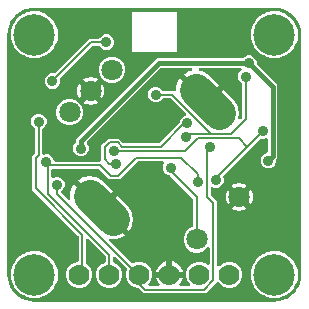
<source format=gbr>
G04 EAGLE Gerber RS-274X export*
G75*
%MOMM*%
%FSLAX34Y34*%
%LPD*%
%INBottom Copper*%
%IPPOS*%
%AMOC8*
5,1,8,0,0,1.08239X$1,22.5*%
G01*
%ADD10C,1.800000*%
%ADD11C,2.800000*%
%ADD12C,1.778000*%
%ADD13C,3.516000*%
%ADD14C,0.800100*%
%ADD15C,0.889000*%
%ADD16C,0.203200*%
%ADD17C,0.406400*%

G36*
X228622Y2543D02*
X228622Y2543D01*
X228700Y2545D01*
X232077Y2810D01*
X232145Y2824D01*
X232214Y2829D01*
X232370Y2869D01*
X238794Y4956D01*
X238901Y5006D01*
X239012Y5050D01*
X239063Y5083D01*
X239082Y5091D01*
X239097Y5104D01*
X239148Y5136D01*
X244612Y9107D01*
X244699Y9188D01*
X244746Y9227D01*
X244752Y9231D01*
X244753Y9233D01*
X244791Y9264D01*
X244829Y9310D01*
X244844Y9324D01*
X244855Y9342D01*
X244893Y9388D01*
X246586Y11717D01*
X246599Y11741D01*
X246616Y11761D01*
X246675Y11880D01*
X246739Y11996D01*
X246746Y12022D01*
X246758Y12046D01*
X246785Y12174D01*
X246799Y12185D01*
X246823Y12196D01*
X246925Y12281D01*
X247031Y12361D01*
X247048Y12381D01*
X247068Y12398D01*
X247171Y12522D01*
X248864Y14852D01*
X248921Y14956D01*
X248985Y15056D01*
X249007Y15113D01*
X249017Y15131D01*
X249022Y15151D01*
X249044Y15206D01*
X251131Y21630D01*
X251144Y21698D01*
X251167Y21764D01*
X251190Y21923D01*
X251455Y25300D01*
X251455Y25304D01*
X251456Y25307D01*
X251455Y25326D01*
X251459Y25400D01*
X251459Y228600D01*
X251457Y228622D01*
X251455Y228700D01*
X251190Y232077D01*
X251176Y232145D01*
X251171Y232214D01*
X251131Y232370D01*
X249044Y238794D01*
X248993Y238901D01*
X248950Y239012D01*
X248917Y239063D01*
X248909Y239082D01*
X248896Y239097D01*
X248864Y239148D01*
X247171Y241477D01*
X247153Y241497D01*
X247139Y241520D01*
X247044Y241613D01*
X246953Y241709D01*
X246931Y241724D01*
X246912Y241742D01*
X246798Y241808D01*
X246792Y241824D01*
X246789Y241851D01*
X246740Y241975D01*
X246697Y242100D01*
X246682Y242122D01*
X246672Y242147D01*
X246586Y242283D01*
X244893Y244613D01*
X244812Y244699D01*
X244736Y244791D01*
X244690Y244829D01*
X244676Y244844D01*
X244658Y244855D01*
X244612Y244893D01*
X239148Y248864D01*
X239044Y248921D01*
X238944Y248985D01*
X238887Y249007D01*
X238869Y249017D01*
X238849Y249022D01*
X238794Y249044D01*
X232370Y251131D01*
X232302Y251144D01*
X232236Y251167D01*
X232077Y251190D01*
X228700Y251455D01*
X228678Y251454D01*
X228600Y251459D01*
X25400Y251459D01*
X25378Y251457D01*
X25300Y251455D01*
X21923Y251190D01*
X21855Y251176D01*
X21786Y251171D01*
X21630Y251131D01*
X18892Y250241D01*
X18867Y250230D01*
X18841Y250224D01*
X18724Y250163D01*
X18604Y250106D01*
X18583Y250089D01*
X18560Y250077D01*
X18462Y249989D01*
X18445Y249988D01*
X18418Y249993D01*
X18286Y249985D01*
X18153Y249983D01*
X18127Y249975D01*
X18101Y249974D01*
X17945Y249934D01*
X15206Y249044D01*
X15099Y248994D01*
X14988Y248950D01*
X14937Y248917D01*
X14918Y248909D01*
X14903Y248896D01*
X14852Y248864D01*
X9388Y244893D01*
X9301Y244812D01*
X9209Y244736D01*
X9171Y244690D01*
X9156Y244676D01*
X9145Y244658D01*
X9107Y244612D01*
X5136Y239148D01*
X5079Y239044D01*
X5015Y238944D01*
X4993Y238887D01*
X4983Y238869D01*
X4978Y238849D01*
X4956Y238794D01*
X2869Y232370D01*
X2856Y232302D01*
X2833Y232236D01*
X2810Y232077D01*
X2545Y228700D01*
X2546Y228678D01*
X2541Y228600D01*
X2541Y25400D01*
X2543Y25378D01*
X2545Y25300D01*
X2810Y21923D01*
X2824Y21855D01*
X2829Y21786D01*
X2869Y21630D01*
X4956Y15206D01*
X5006Y15099D01*
X5050Y14988D01*
X5083Y14937D01*
X5091Y14918D01*
X5104Y14903D01*
X5136Y14852D01*
X9107Y9388D01*
X9127Y9366D01*
X9138Y9348D01*
X9184Y9305D01*
X9188Y9301D01*
X9264Y9209D01*
X9310Y9171D01*
X9324Y9156D01*
X9342Y9145D01*
X9388Y9107D01*
X14852Y5136D01*
X14956Y5079D01*
X15056Y5015D01*
X15113Y4993D01*
X15131Y4983D01*
X15151Y4978D01*
X15206Y4956D01*
X17945Y4066D01*
X17971Y4061D01*
X17996Y4051D01*
X18127Y4031D01*
X18257Y4006D01*
X18284Y4008D01*
X18310Y4004D01*
X18441Y4018D01*
X18455Y4008D01*
X18474Y3989D01*
X18585Y3917D01*
X18694Y3842D01*
X18719Y3832D01*
X18742Y3818D01*
X18891Y3759D01*
X21630Y2869D01*
X21698Y2856D01*
X21764Y2833D01*
X21923Y2810D01*
X25300Y2545D01*
X25322Y2546D01*
X25400Y2541D01*
X228600Y2541D01*
X228622Y2543D01*
G37*
%LPC*%
G36*
X118117Y9651D02*
X118117Y9651D01*
X113663Y14106D01*
X113585Y14166D01*
X113513Y14234D01*
X113460Y14263D01*
X113412Y14300D01*
X113321Y14340D01*
X113234Y14388D01*
X113176Y14403D01*
X113120Y14427D01*
X113022Y14442D01*
X112926Y14467D01*
X112826Y14473D01*
X112806Y14477D01*
X112793Y14475D01*
X112765Y14477D01*
X112127Y14477D01*
X108113Y16140D01*
X105040Y19213D01*
X103377Y23227D01*
X103377Y27573D01*
X103981Y29030D01*
X103989Y29058D01*
X104002Y29084D01*
X104030Y29211D01*
X104065Y29336D01*
X104065Y29366D01*
X104072Y29395D01*
X104068Y29524D01*
X104070Y29654D01*
X104063Y29683D01*
X104062Y29713D01*
X104026Y29837D01*
X103996Y29964D01*
X103982Y29990D01*
X103974Y30018D01*
X103908Y30130D01*
X103847Y30245D01*
X103827Y30267D01*
X103812Y30292D01*
X103706Y30413D01*
X94115Y40003D01*
X94006Y40088D01*
X93899Y40177D01*
X93880Y40185D01*
X93864Y40198D01*
X93736Y40253D01*
X93611Y40312D01*
X93591Y40316D01*
X93572Y40324D01*
X93434Y40346D01*
X93298Y40372D01*
X93278Y40371D01*
X93258Y40374D01*
X93119Y40361D01*
X92981Y40352D01*
X92962Y40346D01*
X92942Y40344D01*
X92810Y40297D01*
X92679Y40254D01*
X92661Y40244D01*
X92642Y40237D01*
X92527Y40159D01*
X92410Y40084D01*
X92396Y40069D01*
X92379Y40058D01*
X92287Y39954D01*
X92192Y39853D01*
X92182Y39835D01*
X92169Y39820D01*
X92105Y39696D01*
X92038Y39574D01*
X92033Y39555D01*
X92024Y39536D01*
X91994Y39401D01*
X91959Y39266D01*
X91957Y39238D01*
X91954Y39226D01*
X91955Y39206D01*
X91949Y39105D01*
X91949Y36808D01*
X91952Y36779D01*
X91950Y36749D01*
X91966Y36659D01*
X91971Y36574D01*
X91983Y36537D01*
X91989Y36492D01*
X91999Y36465D01*
X92004Y36436D01*
X92044Y36347D01*
X92069Y36271D01*
X92088Y36241D01*
X92106Y36197D01*
X92123Y36173D01*
X92135Y36146D01*
X92199Y36066D01*
X92239Y36002D01*
X92263Y35980D01*
X92292Y35939D01*
X92315Y35921D01*
X92334Y35897D01*
X92419Y35833D01*
X92471Y35784D01*
X92497Y35770D01*
X92537Y35737D01*
X92564Y35724D01*
X92588Y35706D01*
X92732Y35635D01*
X95087Y34660D01*
X98160Y31587D01*
X99823Y27573D01*
X99823Y23227D01*
X98160Y19213D01*
X95087Y16140D01*
X91073Y14477D01*
X86727Y14477D01*
X82713Y16140D01*
X79640Y19213D01*
X77977Y23227D01*
X77977Y27573D01*
X79640Y31587D01*
X82713Y34660D01*
X85068Y35635D01*
X85093Y35650D01*
X85121Y35659D01*
X85166Y35688D01*
X85193Y35698D01*
X85249Y35739D01*
X85344Y35793D01*
X85365Y35813D01*
X85390Y35829D01*
X85425Y35867D01*
X85451Y35885D01*
X85497Y35941D01*
X85572Y36014D01*
X85588Y36039D01*
X85608Y36061D01*
X85632Y36104D01*
X85653Y36130D01*
X85686Y36200D01*
X85739Y36285D01*
X85747Y36313D01*
X85762Y36339D01*
X85773Y36384D01*
X85789Y36418D01*
X85805Y36499D01*
X85832Y36589D01*
X85834Y36619D01*
X85841Y36647D01*
X85845Y36711D01*
X85849Y36730D01*
X85848Y36749D01*
X85851Y36808D01*
X85851Y40121D01*
X85839Y40220D01*
X85836Y40319D01*
X85819Y40377D01*
X85811Y40437D01*
X85775Y40529D01*
X85747Y40624D01*
X85717Y40676D01*
X85694Y40733D01*
X85636Y40813D01*
X85586Y40898D01*
X85520Y40973D01*
X85508Y40990D01*
X85498Y40998D01*
X85480Y41019D01*
X71255Y55243D01*
X71146Y55328D01*
X71039Y55417D01*
X71020Y55425D01*
X71004Y55438D01*
X70876Y55493D01*
X70751Y55552D01*
X70731Y55556D01*
X70712Y55564D01*
X70574Y55586D01*
X70438Y55612D01*
X70418Y55611D01*
X70398Y55614D01*
X70259Y55601D01*
X70121Y55592D01*
X70102Y55586D01*
X70082Y55584D01*
X69950Y55537D01*
X69819Y55494D01*
X69801Y55484D01*
X69782Y55477D01*
X69667Y55399D01*
X69550Y55324D01*
X69536Y55309D01*
X69519Y55298D01*
X69427Y55194D01*
X69332Y55093D01*
X69322Y55075D01*
X69309Y55060D01*
X69245Y54936D01*
X69178Y54814D01*
X69173Y54795D01*
X69164Y54776D01*
X69134Y54641D01*
X69099Y54506D01*
X69097Y54478D01*
X69094Y54466D01*
X69095Y54446D01*
X69089Y54345D01*
X69089Y35756D01*
X69092Y35726D01*
X69090Y35697D01*
X69112Y35569D01*
X69129Y35440D01*
X69139Y35413D01*
X69145Y35384D01*
X69198Y35265D01*
X69246Y35145D01*
X69263Y35121D01*
X69275Y35094D01*
X69356Y34992D01*
X69432Y34887D01*
X69455Y34868D01*
X69474Y34845D01*
X69577Y34767D01*
X69591Y34756D01*
X72760Y31587D01*
X74423Y27573D01*
X74423Y23227D01*
X72760Y19213D01*
X69687Y16140D01*
X65673Y14477D01*
X61327Y14477D01*
X57313Y16140D01*
X54240Y19213D01*
X52577Y23227D01*
X52577Y27573D01*
X54240Y31587D01*
X57313Y34660D01*
X61327Y36323D01*
X61722Y36323D01*
X61840Y36338D01*
X61959Y36345D01*
X61997Y36358D01*
X62038Y36363D01*
X62148Y36406D01*
X62261Y36443D01*
X62296Y36465D01*
X62333Y36480D01*
X62429Y36549D01*
X62530Y36613D01*
X62558Y36643D01*
X62591Y36666D01*
X62667Y36758D01*
X62748Y36845D01*
X62768Y36880D01*
X62793Y36911D01*
X62844Y37019D01*
X62902Y37123D01*
X62912Y37163D01*
X62929Y37199D01*
X62951Y37316D01*
X62981Y37431D01*
X62985Y37491D01*
X62989Y37511D01*
X62987Y37532D01*
X62991Y37592D01*
X62991Y57234D01*
X62979Y57332D01*
X62976Y57431D01*
X62959Y57489D01*
X62951Y57550D01*
X62915Y57642D01*
X62887Y57737D01*
X62857Y57789D01*
X62834Y57845D01*
X62776Y57925D01*
X62726Y58011D01*
X62660Y58086D01*
X62648Y58103D01*
X62638Y58110D01*
X62620Y58132D01*
X23621Y97130D01*
X23621Y125723D01*
X25779Y127880D01*
X25790Y127891D01*
X25850Y127969D01*
X25918Y128041D01*
X25941Y128083D01*
X25953Y128097D01*
X25958Y128108D01*
X25984Y128142D01*
X26024Y128233D01*
X26072Y128320D01*
X26087Y128378D01*
X26111Y128434D01*
X26126Y128532D01*
X26151Y128628D01*
X26157Y128728D01*
X26161Y128748D01*
X26159Y128761D01*
X26161Y128789D01*
X26161Y148343D01*
X26158Y148373D01*
X26160Y148402D01*
X26138Y148530D01*
X26121Y148659D01*
X26111Y148686D01*
X26105Y148716D01*
X26052Y148834D01*
X26004Y148955D01*
X25987Y148978D01*
X25975Y149005D01*
X25894Y149107D01*
X25818Y149212D01*
X25795Y149231D01*
X25776Y149254D01*
X25672Y149332D01*
X25583Y149406D01*
X23718Y151271D01*
X22732Y153651D01*
X22732Y156229D01*
X23718Y158609D01*
X25541Y160432D01*
X27921Y161418D01*
X30499Y161418D01*
X32879Y160432D01*
X34702Y158609D01*
X35688Y156229D01*
X35688Y153651D01*
X34702Y151271D01*
X32820Y149389D01*
X32766Y149358D01*
X32745Y149338D01*
X32720Y149322D01*
X32631Y149227D01*
X32538Y149137D01*
X32522Y149112D01*
X32502Y149090D01*
X32439Y148977D01*
X32371Y148866D01*
X32363Y148838D01*
X32348Y148812D01*
X32316Y148686D01*
X32278Y148562D01*
X32276Y148533D01*
X32269Y148504D01*
X32259Y148343D01*
X32259Y128194D01*
X32265Y128144D01*
X32263Y128095D01*
X32277Y128025D01*
X32281Y127960D01*
X32293Y127923D01*
X32299Y127878D01*
X32317Y127832D01*
X32327Y127783D01*
X32360Y127715D01*
X32379Y127657D01*
X32398Y127628D01*
X32416Y127582D01*
X32445Y127542D01*
X32467Y127497D01*
X32519Y127436D01*
X32549Y127388D01*
X32572Y127367D01*
X32602Y127325D01*
X32641Y127293D01*
X32673Y127256D01*
X32742Y127207D01*
X32781Y127170D01*
X32806Y127157D01*
X32847Y127122D01*
X32892Y127101D01*
X32933Y127072D01*
X33015Y127041D01*
X33059Y127017D01*
X33085Y127010D01*
X33135Y126987D01*
X33184Y126977D01*
X33230Y126960D01*
X33320Y126950D01*
X33367Y126937D01*
X33405Y126935D01*
X33447Y126927D01*
X33491Y126930D01*
X33513Y126928D01*
X33546Y126924D01*
X33655Y126940D01*
X33765Y126947D01*
X33812Y126962D01*
X33832Y126965D01*
X33851Y126967D01*
X33852Y126968D01*
X33861Y126969D01*
X34014Y127021D01*
X34272Y127128D01*
X36849Y127128D01*
X39229Y126142D01*
X41052Y124319D01*
X42036Y121942D01*
X42051Y121917D01*
X42060Y121889D01*
X42129Y121779D01*
X42194Y121666D01*
X42214Y121645D01*
X42230Y121620D01*
X42325Y121531D01*
X42415Y121438D01*
X42440Y121422D01*
X42462Y121402D01*
X42575Y121339D01*
X42686Y121271D01*
X42714Y121263D01*
X42740Y121248D01*
X42866Y121216D01*
X42990Y121178D01*
X43020Y121176D01*
X43048Y121169D01*
X43209Y121159D01*
X80772Y121159D01*
X80890Y121174D01*
X81009Y121181D01*
X81047Y121194D01*
X81088Y121199D01*
X81198Y121242D01*
X81311Y121279D01*
X81346Y121301D01*
X81383Y121316D01*
X81479Y121385D01*
X81580Y121449D01*
X81608Y121479D01*
X81641Y121502D01*
X81717Y121594D01*
X81798Y121681D01*
X81818Y121716D01*
X81843Y121747D01*
X81894Y121855D01*
X81952Y121959D01*
X81962Y121999D01*
X81979Y122035D01*
X82001Y122152D01*
X82031Y122267D01*
X82035Y122327D01*
X82039Y122347D01*
X82037Y122368D01*
X82041Y122428D01*
X82041Y134613D01*
X83866Y136437D01*
X83877Y136439D01*
X83969Y136475D01*
X84064Y136503D01*
X84117Y136533D01*
X84173Y136556D01*
X84253Y136614D01*
X84338Y136664D01*
X84414Y136730D01*
X84430Y136742D01*
X84438Y136752D01*
X84459Y136770D01*
X88350Y140662D01*
X97084Y140662D01*
X100594Y137151D01*
X100672Y137091D01*
X100744Y137023D01*
X100797Y136994D01*
X100845Y136957D01*
X100936Y136917D01*
X101023Y136869D01*
X101081Y136854D01*
X101137Y136830D01*
X101235Y136815D01*
X101331Y136790D01*
X101431Y136784D01*
X101451Y136780D01*
X101463Y136782D01*
X101491Y136780D01*
X130672Y136780D01*
X130771Y136792D01*
X130870Y136795D01*
X130928Y136812D01*
X130988Y136820D01*
X131080Y136856D01*
X131175Y136884D01*
X131227Y136914D01*
X131284Y136937D01*
X131364Y136995D01*
X131449Y137045D01*
X131524Y137111D01*
X131541Y137123D01*
X131549Y137133D01*
X131570Y137151D01*
X148091Y153672D01*
X148151Y153750D01*
X148219Y153822D01*
X148248Y153875D01*
X148285Y153923D01*
X148325Y154014D01*
X148373Y154101D01*
X148388Y154160D01*
X148412Y154215D01*
X148427Y154313D01*
X148452Y154409D01*
X148458Y154509D01*
X148462Y154529D01*
X148460Y154542D01*
X148462Y154570D01*
X148462Y154959D01*
X149448Y157339D01*
X151271Y159162D01*
X153015Y159884D01*
X153058Y159909D01*
X153105Y159926D01*
X153196Y159987D01*
X153292Y160042D01*
X153327Y160076D01*
X153368Y160104D01*
X153441Y160187D01*
X153520Y160263D01*
X153546Y160305D01*
X153579Y160343D01*
X153629Y160441D01*
X153686Y160534D01*
X153701Y160582D01*
X153723Y160626D01*
X153748Y160733D01*
X153780Y160838D01*
X153782Y160888D01*
X153793Y160936D01*
X153790Y161046D01*
X153795Y161156D01*
X153785Y161204D01*
X153783Y161254D01*
X153753Y161360D01*
X153731Y161467D01*
X153709Y161512D01*
X153695Y161560D01*
X153639Y161654D01*
X153591Y161753D01*
X153559Y161791D01*
X153534Y161834D01*
X153427Y161954D01*
X141002Y174380D01*
X140924Y174440D01*
X140852Y174508D01*
X140799Y174537D01*
X140751Y174574D01*
X140660Y174614D01*
X140573Y174662D01*
X140515Y174677D01*
X140459Y174701D01*
X140361Y174716D01*
X140265Y174741D01*
X140165Y174747D01*
X140145Y174751D01*
X140132Y174749D01*
X140104Y174751D01*
X134867Y174751D01*
X134837Y174748D01*
X134808Y174750D01*
X134680Y174728D01*
X134551Y174711D01*
X134524Y174701D01*
X134494Y174695D01*
X134376Y174642D01*
X134255Y174594D01*
X134232Y174577D01*
X134205Y174565D01*
X134103Y174484D01*
X133998Y174408D01*
X133979Y174385D01*
X133956Y174366D01*
X133878Y174262D01*
X133804Y174173D01*
X131939Y172308D01*
X129559Y171322D01*
X126981Y171322D01*
X124601Y172308D01*
X122778Y174131D01*
X121792Y176511D01*
X121792Y179089D01*
X122778Y181469D01*
X124601Y183292D01*
X126981Y184278D01*
X129559Y184278D01*
X131939Y183292D01*
X133821Y181410D01*
X133852Y181356D01*
X133872Y181335D01*
X133888Y181310D01*
X133983Y181221D01*
X134073Y181128D01*
X134098Y181112D01*
X134120Y181092D01*
X134233Y181029D01*
X134344Y180961D01*
X134372Y180953D01*
X134398Y180938D01*
X134524Y180906D01*
X134648Y180868D01*
X134677Y180866D01*
X134706Y180859D01*
X134867Y180849D01*
X143156Y180849D01*
X143294Y180710D01*
X143404Y180625D01*
X143511Y180536D01*
X143530Y180528D01*
X143546Y180515D01*
X143674Y180460D01*
X143799Y180401D01*
X143819Y180397D01*
X143837Y180389D01*
X143976Y180367D01*
X144111Y180341D01*
X144131Y180342D01*
X144152Y180339D01*
X144290Y180352D01*
X144429Y180361D01*
X144448Y180367D01*
X144468Y180369D01*
X144599Y180416D01*
X144731Y180459D01*
X144748Y180470D01*
X144767Y180477D01*
X144882Y180554D01*
X145000Y180629D01*
X145014Y180644D01*
X145031Y180655D01*
X145122Y180759D01*
X145218Y180861D01*
X145228Y180878D01*
X145241Y180894D01*
X145304Y181017D01*
X145371Y181139D01*
X145376Y181159D01*
X145386Y181177D01*
X145416Y181312D01*
X145451Y181447D01*
X145453Y181475D01*
X145455Y181487D01*
X145455Y181508D01*
X145461Y181608D01*
X145461Y182885D01*
X145744Y185035D01*
X146305Y187129D01*
X147135Y189132D01*
X148219Y191010D01*
X148646Y191566D01*
X169208Y171004D01*
X169302Y170931D01*
X169391Y170852D01*
X169427Y170834D01*
X169459Y170809D01*
X169568Y170762D01*
X169674Y170707D01*
X169714Y170699D01*
X169751Y170683D01*
X169868Y170664D01*
X169984Y170638D01*
X170025Y170639D01*
X170065Y170633D01*
X170183Y170644D01*
X170302Y170647D01*
X170341Y170659D01*
X170381Y170663D01*
X170494Y170703D01*
X170608Y170736D01*
X170643Y170756D01*
X170681Y170770D01*
X170779Y170837D01*
X170882Y170897D01*
X170927Y170937D01*
X170944Y170949D01*
X170957Y170964D01*
X171003Y171004D01*
X171901Y171903D01*
X172800Y171004D01*
X172894Y170931D01*
X172983Y170852D01*
X173019Y170834D01*
X173051Y170809D01*
X173161Y170762D01*
X173266Y170708D01*
X173306Y170699D01*
X173343Y170683D01*
X173461Y170664D01*
X173577Y170638D01*
X173617Y170639D01*
X173657Y170633D01*
X173776Y170644D01*
X173895Y170648D01*
X173933Y170659D01*
X173974Y170663D01*
X174086Y170703D01*
X174200Y170736D01*
X174235Y170756D01*
X174273Y170770D01*
X174372Y170837D01*
X174474Y170897D01*
X174519Y170937D01*
X174536Y170949D01*
X174550Y170964D01*
X174595Y171004D01*
X185393Y181802D01*
X194263Y172931D01*
X195583Y171211D01*
X196668Y169333D01*
X197497Y167330D01*
X198058Y165236D01*
X198341Y163086D01*
X198341Y160918D01*
X198058Y158768D01*
X198044Y158716D01*
X198025Y158571D01*
X198002Y158427D01*
X198003Y158414D01*
X198001Y158400D01*
X198018Y158255D01*
X198032Y158111D01*
X198036Y158098D01*
X198038Y158085D01*
X198090Y157949D01*
X198139Y157811D01*
X198147Y157800D01*
X198152Y157788D01*
X198236Y157669D01*
X198318Y157548D01*
X198328Y157539D01*
X198336Y157528D01*
X198447Y157434D01*
X198556Y157338D01*
X198568Y157332D01*
X198579Y157323D01*
X198710Y157259D01*
X198839Y157193D01*
X198853Y157190D01*
X198865Y157184D01*
X199009Y157155D01*
X199150Y157123D01*
X199163Y157124D01*
X199176Y157121D01*
X199322Y157129D01*
X199468Y157133D01*
X199481Y157137D01*
X199494Y157138D01*
X199633Y157181D01*
X199773Y157222D01*
X199785Y157228D01*
X199798Y157232D01*
X199922Y157309D01*
X200047Y157383D01*
X200061Y157395D01*
X200068Y157400D01*
X200080Y157412D01*
X200168Y157489D01*
X201050Y158371D01*
X201110Y158449D01*
X201178Y158521D01*
X201207Y158575D01*
X201244Y158622D01*
X201284Y158713D01*
X201332Y158800D01*
X201347Y158859D01*
X201371Y158914D01*
X201386Y159012D01*
X201411Y159108D01*
X201417Y159208D01*
X201421Y159228D01*
X201419Y159241D01*
X201421Y159269D01*
X201421Y186443D01*
X201418Y186473D01*
X201420Y186502D01*
X201398Y186630D01*
X201381Y186759D01*
X201371Y186786D01*
X201365Y186816D01*
X201312Y186934D01*
X201264Y187055D01*
X201247Y187078D01*
X201235Y187105D01*
X201154Y187207D01*
X201078Y187312D01*
X201055Y187331D01*
X201036Y187354D01*
X200932Y187432D01*
X200843Y187506D01*
X198978Y189371D01*
X197992Y191751D01*
X197992Y194329D01*
X198978Y196709D01*
X200508Y198239D01*
X200593Y198348D01*
X200682Y198455D01*
X200690Y198474D01*
X200703Y198490D01*
X200758Y198618D01*
X200817Y198743D01*
X200821Y198763D01*
X200829Y198782D01*
X200851Y198920D01*
X200877Y199056D01*
X200876Y199076D01*
X200879Y199096D01*
X200866Y199235D01*
X200857Y199373D01*
X200851Y199392D01*
X200849Y199412D01*
X200802Y199544D01*
X200759Y199675D01*
X200748Y199693D01*
X200741Y199712D01*
X200663Y199827D01*
X200589Y199944D01*
X200574Y199958D01*
X200563Y199975D01*
X200458Y200067D01*
X200357Y200162D01*
X200340Y200172D01*
X200324Y200185D01*
X200200Y200249D01*
X200079Y200316D01*
X200059Y200321D01*
X200041Y200330D01*
X199905Y200360D01*
X199771Y200395D01*
X199743Y200397D01*
X199731Y200400D01*
X199710Y200399D01*
X199610Y200405D01*
X166118Y200405D01*
X165968Y200386D01*
X165816Y200369D01*
X165809Y200366D01*
X165803Y200365D01*
X165662Y200310D01*
X165519Y200255D01*
X165513Y200251D01*
X165507Y200248D01*
X165384Y200159D01*
X165259Y200071D01*
X165255Y200066D01*
X165249Y200062D01*
X165152Y199944D01*
X165054Y199828D01*
X165051Y199822D01*
X165047Y199817D01*
X164982Y199679D01*
X164915Y199542D01*
X164914Y199535D01*
X164911Y199529D01*
X164883Y199380D01*
X164852Y199230D01*
X164853Y199223D01*
X164851Y199217D01*
X164861Y199064D01*
X164869Y198912D01*
X164871Y198906D01*
X164871Y198899D01*
X164918Y198755D01*
X164963Y198609D01*
X164967Y198603D01*
X164969Y198597D01*
X165051Y198467D01*
X165131Y198338D01*
X165136Y198334D01*
X165139Y198328D01*
X165251Y198223D01*
X165360Y198118D01*
X165366Y198115D01*
X165371Y198110D01*
X165504Y198037D01*
X165637Y197961D01*
X165646Y197959D01*
X165649Y197956D01*
X165660Y197954D01*
X165790Y197910D01*
X167330Y197497D01*
X169333Y196667D01*
X171211Y195583D01*
X172931Y194263D01*
X181802Y185393D01*
X171901Y175492D01*
X152237Y195157D01*
X152793Y195583D01*
X154670Y196667D01*
X156673Y197497D01*
X158214Y197910D01*
X158355Y197968D01*
X158497Y198024D01*
X158502Y198028D01*
X158509Y198030D01*
X158630Y198120D01*
X158754Y198210D01*
X158758Y198216D01*
X158764Y198220D01*
X158859Y198338D01*
X158957Y198455D01*
X158960Y198462D01*
X158964Y198467D01*
X159027Y198605D01*
X159092Y198743D01*
X159094Y198750D01*
X159097Y198756D01*
X159124Y198906D01*
X159152Y199056D01*
X159152Y199062D01*
X159153Y199069D01*
X159142Y199222D01*
X159133Y199373D01*
X159130Y199379D01*
X159130Y199386D01*
X159081Y199532D01*
X159034Y199675D01*
X159031Y199681D01*
X159029Y199688D01*
X158946Y199816D01*
X158864Y199944D01*
X158859Y199949D01*
X158856Y199954D01*
X158744Y200058D01*
X158633Y200162D01*
X158627Y200165D01*
X158622Y200170D01*
X158487Y200243D01*
X158354Y200316D01*
X158348Y200317D01*
X158342Y200320D01*
X158193Y200357D01*
X158046Y200395D01*
X158037Y200396D01*
X158033Y200397D01*
X158022Y200397D01*
X157886Y200405D01*
X133019Y200405D01*
X132921Y200393D01*
X132822Y200390D01*
X132764Y200373D01*
X132704Y200365D01*
X132612Y200329D01*
X132517Y200301D01*
X132465Y200271D01*
X132408Y200248D01*
X132328Y200190D01*
X132243Y200140D01*
X132167Y200074D01*
X132151Y200062D01*
X132143Y200052D01*
X132122Y200034D01*
X69907Y137819D01*
X69834Y137725D01*
X69755Y137635D01*
X69737Y137599D01*
X69712Y137567D01*
X69665Y137458D01*
X69611Y137352D01*
X69602Y137313D01*
X69586Y137276D01*
X69567Y137158D01*
X69541Y137042D01*
X69542Y137002D01*
X69536Y136962D01*
X69547Y136843D01*
X69551Y136724D01*
X69562Y136685D01*
X69566Y136645D01*
X69606Y136533D01*
X69639Y136419D01*
X69660Y136384D01*
X69673Y136346D01*
X69740Y136247D01*
X69801Y136145D01*
X69841Y136099D01*
X69852Y136083D01*
X69867Y136069D01*
X69907Y136024D01*
X70262Y135669D01*
X71248Y133289D01*
X71248Y130711D01*
X70262Y128331D01*
X68439Y126508D01*
X66059Y125522D01*
X63481Y125522D01*
X61101Y126508D01*
X59278Y128331D01*
X58292Y130711D01*
X58292Y133289D01*
X59278Y135669D01*
X60334Y136724D01*
X60394Y136803D01*
X60462Y136875D01*
X60491Y136928D01*
X60528Y136976D01*
X60568Y137067D01*
X60616Y137153D01*
X60631Y137212D01*
X60655Y137268D01*
X60670Y137366D01*
X60695Y137461D01*
X60701Y137561D01*
X60705Y137582D01*
X60703Y137594D01*
X60705Y137622D01*
X60705Y140114D01*
X129126Y208535D01*
X201388Y208535D01*
X201486Y208547D01*
X201585Y208550D01*
X201644Y208567D01*
X201704Y208575D01*
X201796Y208611D01*
X201891Y208639D01*
X201943Y208669D01*
X201999Y208692D01*
X202079Y208750D01*
X202165Y208800D01*
X202240Y208866D01*
X202257Y208878D01*
X202265Y208888D01*
X202286Y208907D01*
X203341Y209962D01*
X205721Y210948D01*
X208299Y210948D01*
X210679Y209962D01*
X212502Y208139D01*
X213488Y205759D01*
X213488Y204266D01*
X213500Y204168D01*
X213503Y204069D01*
X213520Y204011D01*
X213528Y203951D01*
X213564Y203859D01*
X213592Y203764D01*
X213622Y203712D01*
X213645Y203655D01*
X213703Y203575D01*
X213753Y203490D01*
X213819Y203414D01*
X213831Y203398D01*
X213841Y203390D01*
X213859Y203369D01*
X231141Y186088D01*
X231141Y123792D01*
X230369Y123021D01*
X230309Y122943D01*
X230241Y122871D01*
X230212Y122818D01*
X230175Y122770D01*
X230135Y122679D01*
X230087Y122592D01*
X230072Y122534D01*
X230048Y122478D01*
X230033Y122380D01*
X230008Y122284D01*
X230002Y122184D01*
X229998Y122164D01*
X230000Y122152D01*
X229998Y122124D01*
X229998Y120631D01*
X229012Y118251D01*
X227189Y116428D01*
X224809Y115442D01*
X222231Y115442D01*
X219851Y116428D01*
X218028Y118251D01*
X217042Y120631D01*
X217042Y123209D01*
X218028Y125589D01*
X219851Y127412D01*
X222228Y128396D01*
X222253Y128411D01*
X222281Y128420D01*
X222391Y128489D01*
X222504Y128554D01*
X222525Y128574D01*
X222550Y128590D01*
X222639Y128685D01*
X222732Y128775D01*
X222748Y128800D01*
X222768Y128822D01*
X222831Y128935D01*
X222899Y129046D01*
X222907Y129074D01*
X222922Y129100D01*
X222954Y129226D01*
X222992Y129350D01*
X222994Y129380D01*
X223001Y129408D01*
X223011Y129569D01*
X223011Y139544D01*
X223005Y139593D01*
X223007Y139643D01*
X222985Y139750D01*
X222971Y139859D01*
X222953Y139905D01*
X222943Y139954D01*
X222895Y140053D01*
X222854Y140155D01*
X222825Y140195D01*
X222803Y140240D01*
X222732Y140323D01*
X222668Y140412D01*
X222629Y140444D01*
X222597Y140482D01*
X222507Y140545D01*
X222423Y140615D01*
X222378Y140636D01*
X222337Y140665D01*
X222234Y140704D01*
X222135Y140751D01*
X222086Y140760D01*
X222040Y140777D01*
X221930Y140790D01*
X221823Y140810D01*
X221773Y140807D01*
X221724Y140813D01*
X221615Y140797D01*
X221505Y140791D01*
X221458Y140775D01*
X221409Y140768D01*
X221256Y140716D01*
X219856Y140136D01*
X217195Y140136D01*
X217135Y140152D01*
X217105Y140153D01*
X217076Y140159D01*
X216947Y140155D01*
X216817Y140158D01*
X216788Y140151D01*
X216758Y140150D01*
X216634Y140114D01*
X216507Y140083D01*
X216481Y140070D01*
X216453Y140061D01*
X216341Y139995D01*
X216226Y139935D01*
X216205Y139915D01*
X216179Y139900D01*
X216058Y139793D01*
X206413Y130148D01*
X185390Y109126D01*
X185372Y109102D01*
X185350Y109083D01*
X185275Y108977D01*
X185196Y108874D01*
X185184Y108847D01*
X185167Y108823D01*
X185121Y108702D01*
X185069Y108583D01*
X185065Y108553D01*
X185054Y108526D01*
X185040Y108397D01*
X185019Y108268D01*
X185022Y108239D01*
X185019Y108210D01*
X185037Y108081D01*
X185049Y107952D01*
X185059Y107924D01*
X185063Y107895D01*
X185115Y107742D01*
X185548Y106699D01*
X185548Y104121D01*
X184562Y101741D01*
X182739Y99918D01*
X180359Y98932D01*
X177781Y98932D01*
X176381Y99512D01*
X176333Y99526D01*
X176288Y99547D01*
X176180Y99567D01*
X176074Y99596D01*
X176024Y99597D01*
X175975Y99607D01*
X175866Y99600D01*
X175756Y99601D01*
X175708Y99590D01*
X175658Y99587D01*
X175554Y99553D01*
X175447Y99527D01*
X175403Y99504D01*
X175356Y99489D01*
X175263Y99430D01*
X175166Y99379D01*
X175129Y99345D01*
X175087Y99319D01*
X175012Y99239D01*
X174930Y99165D01*
X174903Y99123D01*
X174869Y99087D01*
X174816Y98991D01*
X174756Y98899D01*
X174739Y98852D01*
X174715Y98808D01*
X174688Y98702D01*
X174652Y98598D01*
X174648Y98549D01*
X174636Y98501D01*
X174626Y98340D01*
X174626Y93102D01*
X174638Y93003D01*
X174641Y92904D01*
X174658Y92846D01*
X174666Y92786D01*
X174702Y92694D01*
X174730Y92599D01*
X174760Y92547D01*
X174783Y92490D01*
X174841Y92410D01*
X174891Y92325D01*
X174957Y92250D01*
X174969Y92233D01*
X174979Y92225D01*
X174997Y92204D01*
X177929Y89272D01*
X180087Y87115D01*
X180087Y33498D01*
X180104Y33361D01*
X180117Y33222D01*
X180124Y33203D01*
X180127Y33182D01*
X180178Y33054D01*
X180225Y32922D01*
X180236Y32906D01*
X180244Y32887D01*
X180325Y32774D01*
X180403Y32659D01*
X180419Y32646D01*
X180430Y32629D01*
X180538Y32541D01*
X180642Y32449D01*
X180660Y32440D01*
X180675Y32427D01*
X180801Y32367D01*
X180925Y32304D01*
X180945Y32300D01*
X180963Y32291D01*
X181099Y32265D01*
X181235Y32235D01*
X181256Y32235D01*
X181275Y32231D01*
X181414Y32240D01*
X181553Y32244D01*
X181573Y32250D01*
X181593Y32251D01*
X181725Y32294D01*
X181859Y32333D01*
X181876Y32343D01*
X181895Y32349D01*
X182013Y32424D01*
X182133Y32494D01*
X182154Y32513D01*
X182164Y32519D01*
X182178Y32534D01*
X182253Y32601D01*
X184313Y34660D01*
X188327Y36323D01*
X192673Y36323D01*
X196687Y34660D01*
X199760Y31587D01*
X201423Y27573D01*
X201423Y23227D01*
X199760Y19213D01*
X196687Y16140D01*
X192673Y14477D01*
X188327Y14477D01*
X184313Y16140D01*
X181571Y18882D01*
X181477Y18955D01*
X181388Y19033D01*
X181352Y19052D01*
X181320Y19077D01*
X181210Y19124D01*
X181105Y19178D01*
X181065Y19187D01*
X181028Y19203D01*
X180910Y19222D01*
X180794Y19248D01*
X180754Y19247D01*
X180714Y19253D01*
X180595Y19242D01*
X180476Y19238D01*
X180438Y19227D01*
X180397Y19223D01*
X180285Y19183D01*
X180171Y19150D01*
X180136Y19129D01*
X180098Y19115D01*
X179999Y19048D01*
X179897Y18988D01*
X179852Y18948D01*
X179835Y18937D01*
X179821Y18922D01*
X179776Y18882D01*
X177929Y17035D01*
X172703Y11809D01*
X170546Y9651D01*
X118117Y9651D01*
G37*
%LPD*%
G36*
X130260Y15766D02*
X130260Y15766D01*
X130398Y15779D01*
X130417Y15786D01*
X130437Y15789D01*
X130567Y15840D01*
X130697Y15887D01*
X130714Y15898D01*
X130733Y15906D01*
X130845Y15987D01*
X130960Y16065D01*
X130974Y16081D01*
X130990Y16092D01*
X131079Y16200D01*
X131171Y16304D01*
X131180Y16322D01*
X131193Y16337D01*
X131252Y16463D01*
X131315Y16587D01*
X131320Y16607D01*
X131328Y16625D01*
X131355Y16761D01*
X131385Y16898D01*
X131384Y16918D01*
X131388Y16937D01*
X131380Y17076D01*
X131375Y17215D01*
X131370Y17235D01*
X131368Y17255D01*
X131326Y17387D01*
X131287Y17521D01*
X131277Y17538D01*
X131270Y17557D01*
X131196Y17675D01*
X131125Y17795D01*
X131107Y17816D01*
X131100Y17826D01*
X131085Y17840D01*
X131019Y17916D01*
X130981Y17953D01*
X129923Y19409D01*
X129107Y21012D01*
X128551Y22723D01*
X128523Y22901D01*
X138470Y22901D01*
X138588Y22916D01*
X138707Y22923D01*
X138745Y22935D01*
X138785Y22941D01*
X138896Y22984D01*
X139009Y23021D01*
X139043Y23043D01*
X139081Y23058D01*
X139177Y23127D01*
X139278Y23191D01*
X139306Y23221D01*
X139338Y23244D01*
X139414Y23336D01*
X139496Y23423D01*
X139515Y23458D01*
X139541Y23489D01*
X139592Y23597D01*
X139649Y23701D01*
X139659Y23741D01*
X139677Y23777D01*
X139697Y23884D01*
X139701Y23854D01*
X139745Y23744D01*
X139781Y23631D01*
X139803Y23596D01*
X139818Y23559D01*
X139888Y23462D01*
X139951Y23362D01*
X139981Y23334D01*
X140005Y23301D01*
X140096Y23225D01*
X140183Y23144D01*
X140218Y23124D01*
X140250Y23099D01*
X140357Y23048D01*
X140462Y22990D01*
X140501Y22980D01*
X140537Y22963D01*
X140654Y22941D01*
X140770Y22911D01*
X140830Y22907D01*
X140850Y22903D01*
X140870Y22905D01*
X140930Y22901D01*
X150877Y22901D01*
X150849Y22723D01*
X150293Y21012D01*
X149477Y19409D01*
X148419Y17953D01*
X148381Y17916D01*
X148296Y17806D01*
X148207Y17699D01*
X148198Y17680D01*
X148186Y17664D01*
X148131Y17536D01*
X148072Y17411D01*
X148068Y17391D01*
X148060Y17373D01*
X148038Y17235D01*
X148012Y17098D01*
X148013Y17078D01*
X148010Y17058D01*
X148023Y16920D01*
X148032Y16781D01*
X148038Y16762D01*
X148040Y16742D01*
X148087Y16610D01*
X148130Y16479D01*
X148140Y16462D01*
X148147Y16443D01*
X148225Y16327D01*
X148300Y16210D01*
X148314Y16196D01*
X148326Y16179D01*
X148430Y16088D01*
X148531Y15992D01*
X148549Y15982D01*
X148564Y15969D01*
X148688Y15906D01*
X148810Y15838D01*
X148829Y15833D01*
X148847Y15824D01*
X148983Y15794D01*
X149118Y15759D01*
X149146Y15757D01*
X149158Y15754D01*
X149178Y15755D01*
X149278Y15749D01*
X156240Y15749D01*
X156378Y15766D01*
X156516Y15779D01*
X156535Y15786D01*
X156556Y15789D01*
X156685Y15840D01*
X156816Y15887D01*
X156832Y15898D01*
X156851Y15906D01*
X156963Y15987D01*
X157079Y16065D01*
X157092Y16081D01*
X157109Y16092D01*
X157197Y16200D01*
X157289Y16304D01*
X157298Y16322D01*
X157311Y16337D01*
X157371Y16463D01*
X157434Y16587D01*
X157438Y16607D01*
X157447Y16625D01*
X157473Y16762D01*
X157503Y16897D01*
X157503Y16918D01*
X157507Y16937D01*
X157498Y17076D01*
X157494Y17215D01*
X157488Y17235D01*
X157487Y17255D01*
X157444Y17387D01*
X157405Y17521D01*
X157395Y17538D01*
X157389Y17557D01*
X157314Y17675D01*
X157244Y17795D01*
X157225Y17816D01*
X157219Y17826D01*
X157204Y17840D01*
X157137Y17915D01*
X155840Y19213D01*
X154177Y23227D01*
X154177Y27573D01*
X155840Y31587D01*
X158913Y34660D01*
X162927Y36323D01*
X167273Y36323D01*
X171287Y34660D01*
X171823Y34125D01*
X171932Y34040D01*
X172039Y33951D01*
X172058Y33942D01*
X172074Y33930D01*
X172202Y33874D01*
X172327Y33815D01*
X172347Y33811D01*
X172366Y33803D01*
X172504Y33781D01*
X172640Y33755D01*
X172660Y33757D01*
X172680Y33753D01*
X172819Y33766D01*
X172957Y33775D01*
X172976Y33781D01*
X172996Y33783D01*
X173127Y33830D01*
X173259Y33873D01*
X173277Y33884D01*
X173296Y33891D01*
X173410Y33969D01*
X173528Y34043D01*
X173542Y34058D01*
X173559Y34069D01*
X173651Y34173D01*
X173746Y34275D01*
X173756Y34293D01*
X173769Y34308D01*
X173832Y34432D01*
X173900Y34553D01*
X173905Y34573D01*
X173914Y34591D01*
X173944Y34727D01*
X173979Y34861D01*
X173981Y34889D01*
X173984Y34901D01*
X173983Y34922D01*
X173989Y35022D01*
X173989Y47559D01*
X173972Y47697D01*
X173959Y47836D01*
X173952Y47855D01*
X173949Y47875D01*
X173898Y48004D01*
X173851Y48135D01*
X173840Y48152D01*
X173832Y48171D01*
X173751Y48283D01*
X173673Y48398D01*
X173657Y48411D01*
X173646Y48428D01*
X173538Y48517D01*
X173434Y48609D01*
X173416Y48618D01*
X173401Y48631D01*
X173275Y48690D01*
X173151Y48753D01*
X173131Y48758D01*
X173113Y48766D01*
X172977Y48792D01*
X172841Y48823D01*
X172820Y48822D01*
X172801Y48826D01*
X172662Y48817D01*
X172523Y48813D01*
X172503Y48808D01*
X172483Y48806D01*
X172351Y48763D01*
X172217Y48725D01*
X172200Y48714D01*
X172181Y48708D01*
X172063Y48634D01*
X171943Y48563D01*
X171922Y48545D01*
X171912Y48538D01*
X171898Y48523D01*
X171823Y48457D01*
X169171Y45805D01*
X165116Y44125D01*
X160726Y44125D01*
X156672Y45805D01*
X153568Y48908D01*
X151888Y52963D01*
X151888Y57353D01*
X153568Y61407D01*
X156672Y64511D01*
X159089Y65512D01*
X159114Y65527D01*
X159142Y65536D01*
X159252Y65605D01*
X159365Y65670D01*
X159386Y65690D01*
X159411Y65706D01*
X159500Y65801D01*
X159593Y65891D01*
X159609Y65916D01*
X159629Y65938D01*
X159692Y66052D01*
X159760Y66162D01*
X159768Y66190D01*
X159783Y66216D01*
X159815Y66342D01*
X159853Y66466D01*
X159855Y66496D01*
X159862Y66524D01*
X159872Y66685D01*
X159872Y88929D01*
X159860Y89028D01*
X159857Y89127D01*
X159840Y89185D01*
X159832Y89245D01*
X159796Y89337D01*
X159768Y89432D01*
X159738Y89484D01*
X159715Y89541D01*
X159657Y89621D01*
X159607Y89706D01*
X159541Y89781D01*
X159529Y89798D01*
X159519Y89806D01*
X159501Y89827D01*
X140057Y109270D01*
X140050Y109276D01*
X140044Y109283D01*
X139924Y109373D01*
X139806Y109465D01*
X139797Y109469D01*
X139790Y109475D01*
X139645Y109546D01*
X137115Y110593D01*
X135293Y112416D01*
X134307Y114796D01*
X134307Y117374D01*
X135253Y119656D01*
X135266Y119704D01*
X135287Y119749D01*
X135307Y119857D01*
X135337Y119963D01*
X135337Y120013D01*
X135347Y120062D01*
X135340Y120171D01*
X135342Y120281D01*
X135330Y120329D01*
X135327Y120379D01*
X135293Y120483D01*
X135267Y120590D01*
X135244Y120634D01*
X135229Y120681D01*
X135170Y120774D01*
X135119Y120871D01*
X135085Y120908D01*
X135059Y120950D01*
X134979Y121025D01*
X134905Y121107D01*
X134863Y121134D01*
X134827Y121168D01*
X134731Y121221D01*
X134639Y121281D01*
X134592Y121298D01*
X134549Y121322D01*
X134442Y121349D01*
X134338Y121385D01*
X134289Y121389D01*
X134241Y121401D01*
X134080Y121411D01*
X113549Y121411D01*
X113450Y121399D01*
X113351Y121396D01*
X113293Y121379D01*
X113233Y121371D01*
X113141Y121335D01*
X113046Y121307D01*
X112994Y121277D01*
X112937Y121254D01*
X112857Y121196D01*
X112772Y121146D01*
X112697Y121080D01*
X112680Y121068D01*
X112672Y121058D01*
X112651Y121040D01*
X97783Y106171D01*
X88907Y106171D01*
X80389Y114690D01*
X80311Y114750D01*
X80239Y114818D01*
X80186Y114847D01*
X80138Y114884D01*
X80047Y114924D01*
X79960Y114972D01*
X79901Y114987D01*
X79846Y115011D01*
X79748Y115026D01*
X79652Y115051D01*
X79552Y115057D01*
X79532Y115061D01*
X79519Y115059D01*
X79491Y115061D01*
X41148Y115061D01*
X41030Y115046D01*
X40911Y115039D01*
X40873Y115026D01*
X40832Y115021D01*
X40722Y114978D01*
X40609Y114941D01*
X40574Y114919D01*
X40537Y114904D01*
X40441Y114835D01*
X40340Y114771D01*
X40312Y114741D01*
X40279Y114718D01*
X40203Y114626D01*
X40122Y114539D01*
X40102Y114504D01*
X40077Y114473D01*
X40026Y114365D01*
X39968Y114261D01*
X39958Y114221D01*
X39941Y114185D01*
X39919Y114068D01*
X39889Y113953D01*
X39885Y113893D01*
X39881Y113873D01*
X39883Y113852D01*
X39879Y113792D01*
X39879Y108618D01*
X39885Y108568D01*
X39883Y108519D01*
X39905Y108411D01*
X39919Y108302D01*
X39937Y108256D01*
X39947Y108207D01*
X39995Y108109D01*
X40036Y108006D01*
X40065Y107966D01*
X40087Y107921D01*
X40158Y107838D01*
X40222Y107749D01*
X40261Y107717D01*
X40293Y107679D01*
X40383Y107616D01*
X40467Y107546D01*
X40512Y107525D01*
X40553Y107496D01*
X40656Y107457D01*
X40755Y107411D01*
X40804Y107401D01*
X40850Y107384D01*
X40960Y107371D01*
X41067Y107351D01*
X41117Y107354D01*
X41166Y107348D01*
X41275Y107364D01*
X41385Y107371D01*
X41432Y107386D01*
X41481Y107393D01*
X41634Y107445D01*
X43162Y108078D01*
X45739Y108078D01*
X48119Y107092D01*
X49942Y105269D01*
X50928Y102889D01*
X50928Y100311D01*
X49942Y97931D01*
X48274Y96263D01*
X48201Y96169D01*
X48122Y96080D01*
X48104Y96044D01*
X48079Y96012D01*
X48031Y95902D01*
X47977Y95796D01*
X47969Y95757D01*
X47952Y95720D01*
X47934Y95602D01*
X47908Y95486D01*
X47909Y95446D01*
X47903Y95406D01*
X47914Y95287D01*
X47917Y95168D01*
X47929Y95129D01*
X47932Y95089D01*
X47973Y94977D01*
X48006Y94863D01*
X48026Y94828D01*
X48040Y94790D01*
X48107Y94691D01*
X48167Y94589D01*
X48207Y94543D01*
X48219Y94527D01*
X48234Y94513D01*
X48274Y94468D01*
X53595Y89146D01*
X53645Y89107D01*
X53689Y89062D01*
X53770Y89010D01*
X53847Y88951D01*
X53905Y88926D01*
X53958Y88893D01*
X54050Y88863D01*
X54139Y88825D01*
X54201Y88815D01*
X54261Y88796D01*
X54357Y88790D01*
X54453Y88775D01*
X54516Y88781D01*
X54578Y88777D01*
X54673Y88796D01*
X54769Y88805D01*
X54829Y88826D01*
X54891Y88838D01*
X54978Y88880D01*
X55069Y88912D01*
X55121Y88948D01*
X55178Y88975D01*
X55252Y89037D01*
X55332Y89091D01*
X55373Y89138D01*
X55422Y89179D01*
X55478Y89257D01*
X55542Y89329D01*
X55571Y89386D01*
X55608Y89437D01*
X55643Y89527D01*
X55687Y89613D01*
X55701Y89674D01*
X55724Y89733D01*
X55735Y89829D01*
X55756Y89923D01*
X55755Y89986D01*
X55762Y90049D01*
X55751Y90209D01*
X55659Y90914D01*
X55659Y93082D01*
X55942Y95232D01*
X56503Y97327D01*
X57333Y99330D01*
X58417Y101207D01*
X58843Y101763D01*
X79405Y81201D01*
X79499Y81128D01*
X79588Y81050D01*
X79624Y81031D01*
X79656Y81006D01*
X79766Y80959D01*
X79872Y80905D01*
X79911Y80896D01*
X79948Y80880D01*
X80066Y80861D01*
X80182Y80835D01*
X80222Y80837D01*
X80262Y80830D01*
X80381Y80841D01*
X80500Y80845D01*
X80539Y80856D01*
X80579Y80860D01*
X80691Y80900D01*
X80805Y80933D01*
X80840Y80954D01*
X80878Y80968D01*
X80977Y81034D01*
X81079Y81095D01*
X81125Y81135D01*
X81141Y81146D01*
X81155Y81161D01*
X81200Y81201D01*
X82099Y82100D01*
X82100Y82099D01*
X81201Y81200D01*
X81128Y81106D01*
X81050Y81017D01*
X81031Y80981D01*
X81006Y80949D01*
X80959Y80839D01*
X80905Y80733D01*
X80896Y80694D01*
X80880Y80657D01*
X80861Y80539D01*
X80835Y80423D01*
X80837Y80383D01*
X80830Y80343D01*
X80841Y80224D01*
X80845Y80105D01*
X80856Y80066D01*
X80860Y80026D01*
X80900Y79914D01*
X80933Y79800D01*
X80954Y79765D01*
X80968Y79727D01*
X81034Y79628D01*
X81095Y79526D01*
X81135Y79481D01*
X81146Y79464D01*
X81161Y79450D01*
X81201Y79405D01*
X101763Y58843D01*
X101207Y58417D01*
X99330Y57332D01*
X97327Y56503D01*
X95232Y55942D01*
X93082Y55659D01*
X90914Y55659D01*
X90209Y55751D01*
X90146Y55752D01*
X90084Y55762D01*
X89988Y55752D01*
X89891Y55753D01*
X89830Y55738D01*
X89767Y55732D01*
X89676Y55699D01*
X89583Y55676D01*
X89527Y55646D01*
X89468Y55624D01*
X89388Y55570D01*
X89303Y55524D01*
X89257Y55481D01*
X89205Y55446D01*
X89141Y55373D01*
X89070Y55308D01*
X89036Y55254D01*
X88994Y55207D01*
X88950Y55121D01*
X88898Y55040D01*
X88878Y54980D01*
X88850Y54924D01*
X88829Y54830D01*
X88798Y54738D01*
X88794Y54675D01*
X88780Y54614D01*
X88783Y54517D01*
X88776Y54421D01*
X88788Y54359D01*
X88790Y54296D01*
X88817Y54203D01*
X88834Y54108D01*
X88861Y54051D01*
X88878Y53990D01*
X88927Y53907D01*
X88968Y53819D01*
X89008Y53771D01*
X89040Y53716D01*
X89146Y53595D01*
X107491Y35250D01*
X107514Y35232D01*
X107534Y35210D01*
X107640Y35135D01*
X107742Y35055D01*
X107769Y35044D01*
X107794Y35027D01*
X107915Y34981D01*
X108034Y34929D01*
X108063Y34925D01*
X108091Y34914D01*
X108220Y34900D01*
X108348Y34879D01*
X108378Y34882D01*
X108407Y34879D01*
X108536Y34897D01*
X108665Y34909D01*
X108693Y34919D01*
X108722Y34923D01*
X108874Y34975D01*
X112127Y36323D01*
X116473Y36323D01*
X120487Y34660D01*
X123560Y31587D01*
X125223Y27573D01*
X125223Y23227D01*
X123560Y19213D01*
X122263Y17915D01*
X122177Y17806D01*
X122089Y17699D01*
X122080Y17680D01*
X122068Y17664D01*
X122012Y17537D01*
X121953Y17411D01*
X121949Y17391D01*
X121941Y17372D01*
X121919Y17234D01*
X121893Y17098D01*
X121895Y17078D01*
X121891Y17058D01*
X121904Y16919D01*
X121913Y16781D01*
X121919Y16762D01*
X121921Y16742D01*
X121968Y16610D01*
X122011Y16479D01*
X122022Y16461D01*
X122029Y16442D01*
X122107Y16327D01*
X122181Y16210D01*
X122196Y16196D01*
X122207Y16179D01*
X122312Y16087D01*
X122413Y15992D01*
X122431Y15982D01*
X122446Y15969D01*
X122570Y15905D01*
X122691Y15838D01*
X122711Y15833D01*
X122729Y15824D01*
X122865Y15794D01*
X122999Y15759D01*
X123027Y15757D01*
X123039Y15754D01*
X123060Y15755D01*
X123160Y15749D01*
X130122Y15749D01*
X130260Y15766D01*
G37*
%LPC*%
G36*
X108000Y214139D02*
X108000Y214139D01*
X107999Y214140D01*
X107999Y248140D01*
X108000Y248141D01*
X146000Y248141D01*
X146001Y248140D01*
X146001Y214140D01*
X146000Y214139D01*
X108000Y214139D01*
G37*
%LPD*%
%LPC*%
G36*
X226876Y208980D02*
X226876Y208980D01*
X226858Y208980D01*
X226743Y208987D01*
X224699Y208987D01*
X224151Y209214D01*
X224053Y209241D01*
X223957Y209277D01*
X223865Y209292D01*
X223844Y209298D01*
X223830Y209298D01*
X223798Y209304D01*
X222379Y209453D01*
X219415Y211164D01*
X219413Y211165D01*
X219410Y211167D01*
X219266Y211238D01*
X217490Y211973D01*
X216893Y212570D01*
X216826Y212622D01*
X216765Y212683D01*
X216651Y212758D01*
X216642Y212765D01*
X216638Y212767D01*
X216631Y212772D01*
X215129Y213639D01*
X213339Y216103D01*
X213326Y216117D01*
X213316Y216133D01*
X213209Y216254D01*
X211973Y217490D01*
X211557Y218496D01*
X211522Y218556D01*
X211497Y218620D01*
X211411Y218756D01*
X210208Y220411D01*
X209647Y223049D01*
X209636Y223083D01*
X209631Y223119D01*
X209579Y223271D01*
X208987Y224699D01*
X208987Y226022D01*
X208981Y226074D01*
X208983Y226126D01*
X208960Y226286D01*
X208468Y228600D01*
X208960Y230914D01*
X208964Y230967D01*
X208977Y231017D01*
X208987Y231178D01*
X208987Y232501D01*
X209579Y233929D01*
X209588Y233963D01*
X209604Y233995D01*
X209647Y234151D01*
X210208Y236789D01*
X211411Y238444D01*
X211444Y238505D01*
X211486Y238560D01*
X211557Y238704D01*
X211973Y239710D01*
X213209Y240946D01*
X213221Y240961D01*
X213236Y240973D01*
X213339Y241097D01*
X215129Y243561D01*
X216631Y244428D01*
X216699Y244480D01*
X216773Y244524D01*
X216875Y244614D01*
X216884Y244621D01*
X216887Y244624D01*
X216893Y244630D01*
X217490Y245227D01*
X219266Y245962D01*
X219268Y245964D01*
X219271Y245964D01*
X219415Y246036D01*
X222379Y247747D01*
X223798Y247896D01*
X223897Y247920D01*
X223999Y247934D01*
X224087Y247964D01*
X224108Y247969D01*
X224120Y247975D01*
X224151Y247986D01*
X224699Y248213D01*
X226743Y248213D01*
X226760Y248215D01*
X226876Y248220D01*
X230704Y248622D01*
X231773Y248275D01*
X231890Y248253D01*
X232005Y248223D01*
X232065Y248219D01*
X232085Y248215D01*
X232106Y248217D01*
X232165Y248213D01*
X232501Y248213D01*
X234409Y247423D01*
X234430Y247417D01*
X234503Y247388D01*
X238666Y246035D01*
X239278Y245485D01*
X239389Y245407D01*
X239497Y245326D01*
X239527Y245311D01*
X239539Y245303D01*
X239559Y245296D01*
X239641Y245255D01*
X239710Y245227D01*
X241005Y243932D01*
X241019Y243921D01*
X241053Y243886D01*
X244710Y240593D01*
X244732Y240578D01*
X244750Y240559D01*
X244862Y240487D01*
X244910Y240454D01*
X244914Y240417D01*
X244924Y240392D01*
X244929Y240366D01*
X244985Y240215D01*
X245100Y239956D01*
X245178Y239827D01*
X245179Y239826D01*
X245450Y239171D01*
X245455Y239163D01*
X245463Y239141D01*
X248292Y232786D01*
X248292Y224414D01*
X245463Y218059D01*
X245460Y218049D01*
X245450Y218029D01*
X245194Y217411D01*
X245175Y217387D01*
X245170Y217378D01*
X245167Y217374D01*
X245163Y217364D01*
X245100Y217244D01*
X244887Y216767D01*
X241053Y213314D01*
X241041Y213300D01*
X241005Y213268D01*
X239710Y211973D01*
X239641Y211945D01*
X239524Y211878D01*
X239404Y211815D01*
X239377Y211794D01*
X239365Y211787D01*
X239349Y211772D01*
X239278Y211715D01*
X238666Y211165D01*
X234502Y209812D01*
X234483Y209803D01*
X234409Y209777D01*
X232501Y208987D01*
X232165Y208987D01*
X232047Y208972D01*
X231929Y208965D01*
X231870Y208950D01*
X231850Y208947D01*
X231831Y208940D01*
X231773Y208925D01*
X230704Y208578D01*
X226876Y208980D01*
G37*
%LPD*%
%LPC*%
G36*
X23676Y208980D02*
X23676Y208980D01*
X23658Y208980D01*
X23543Y208987D01*
X21499Y208987D01*
X20951Y209214D01*
X20853Y209241D01*
X20757Y209277D01*
X20665Y209292D01*
X20644Y209298D01*
X20630Y209298D01*
X20598Y209304D01*
X19179Y209453D01*
X16215Y211164D01*
X16213Y211165D01*
X16210Y211167D01*
X16066Y211238D01*
X14290Y211973D01*
X13693Y212570D01*
X13626Y212622D01*
X13565Y212683D01*
X13451Y212758D01*
X13442Y212765D01*
X13438Y212767D01*
X13431Y212772D01*
X11929Y213639D01*
X10139Y216103D01*
X10126Y216117D01*
X10116Y216133D01*
X10009Y216254D01*
X8773Y217490D01*
X8357Y218496D01*
X8322Y218556D01*
X8297Y218620D01*
X8211Y218756D01*
X7008Y220411D01*
X6447Y223049D01*
X6436Y223083D01*
X6431Y223119D01*
X6379Y223271D01*
X5787Y224699D01*
X5787Y226022D01*
X5781Y226074D01*
X5783Y226126D01*
X5760Y226286D01*
X5268Y228600D01*
X5760Y230914D01*
X5764Y230967D01*
X5777Y231017D01*
X5787Y231178D01*
X5787Y232501D01*
X6379Y233929D01*
X6388Y233963D01*
X6404Y233995D01*
X6447Y234151D01*
X7008Y236789D01*
X8211Y238444D01*
X8244Y238505D01*
X8286Y238560D01*
X8357Y238704D01*
X8773Y239710D01*
X10009Y240946D01*
X10021Y240961D01*
X10036Y240973D01*
X10139Y241097D01*
X11929Y243561D01*
X13431Y244428D01*
X13499Y244480D01*
X13573Y244524D01*
X13675Y244614D01*
X13684Y244621D01*
X13687Y244624D01*
X13693Y244630D01*
X14290Y245227D01*
X16066Y245962D01*
X16068Y245964D01*
X16071Y245964D01*
X16215Y246036D01*
X18972Y247628D01*
X18993Y247644D01*
X19017Y247655D01*
X19119Y247740D01*
X19166Y247775D01*
X19203Y247768D01*
X19229Y247769D01*
X19256Y247765D01*
X19416Y247772D01*
X20598Y247896D01*
X20698Y247920D01*
X20799Y247934D01*
X20887Y247964D01*
X20908Y247969D01*
X20920Y247975D01*
X20951Y247986D01*
X21499Y248213D01*
X23543Y248213D01*
X23560Y248215D01*
X23676Y248220D01*
X27504Y248622D01*
X28573Y248275D01*
X28690Y248253D01*
X28805Y248223D01*
X28865Y248219D01*
X28885Y248215D01*
X28906Y248217D01*
X28965Y248213D01*
X29301Y248213D01*
X31209Y247423D01*
X31230Y247417D01*
X31303Y247388D01*
X35466Y246035D01*
X36078Y245485D01*
X36189Y245407D01*
X36297Y245326D01*
X36327Y245311D01*
X36339Y245303D01*
X36359Y245296D01*
X36441Y245255D01*
X36510Y245227D01*
X37805Y243932D01*
X37819Y243921D01*
X37853Y243886D01*
X41687Y240433D01*
X41900Y239956D01*
X41978Y239827D01*
X41979Y239826D01*
X42250Y239171D01*
X42255Y239163D01*
X42263Y239141D01*
X45092Y232786D01*
X45092Y224414D01*
X42263Y218059D01*
X42260Y218049D01*
X42250Y218029D01*
X41994Y217411D01*
X41975Y217387D01*
X41970Y217378D01*
X41967Y217374D01*
X41963Y217364D01*
X41900Y217244D01*
X41687Y216767D01*
X37853Y213314D01*
X37841Y213300D01*
X37805Y213268D01*
X36510Y211973D01*
X36441Y211945D01*
X36324Y211878D01*
X36204Y211815D01*
X36177Y211794D01*
X36165Y211787D01*
X36149Y211772D01*
X36078Y211715D01*
X35466Y211165D01*
X31302Y209812D01*
X31283Y209803D01*
X31209Y209777D01*
X29301Y208987D01*
X28965Y208987D01*
X28847Y208972D01*
X28729Y208965D01*
X28670Y208950D01*
X28650Y208947D01*
X28631Y208940D01*
X28573Y208925D01*
X27504Y208578D01*
X23676Y208980D01*
G37*
%LPD*%
%LPC*%
G36*
X226876Y5780D02*
X226876Y5780D01*
X226858Y5780D01*
X226743Y5787D01*
X224699Y5787D01*
X224151Y6014D01*
X224052Y6041D01*
X223957Y6077D01*
X223865Y6092D01*
X223844Y6098D01*
X223831Y6098D01*
X223798Y6104D01*
X222379Y6253D01*
X219415Y7964D01*
X219413Y7965D01*
X219410Y7967D01*
X219266Y8038D01*
X217490Y8773D01*
X216893Y9370D01*
X216826Y9422D01*
X216765Y9483D01*
X216651Y9558D01*
X216642Y9565D01*
X216638Y9567D01*
X216631Y9572D01*
X215129Y10439D01*
X213339Y12903D01*
X213326Y12917D01*
X213316Y12933D01*
X213209Y13054D01*
X211973Y14290D01*
X211557Y15296D01*
X211522Y15356D01*
X211497Y15420D01*
X211411Y15556D01*
X210208Y17211D01*
X209647Y19849D01*
X209636Y19883D01*
X209631Y19919D01*
X209579Y20071D01*
X208987Y21499D01*
X208987Y22822D01*
X208981Y22874D01*
X208983Y22926D01*
X208960Y23086D01*
X208468Y25400D01*
X208960Y27714D01*
X208964Y27767D01*
X208977Y27817D01*
X208987Y27978D01*
X208987Y29301D01*
X209579Y30729D01*
X209588Y30763D01*
X209604Y30795D01*
X209647Y30951D01*
X210208Y33589D01*
X211411Y35244D01*
X211444Y35305D01*
X211486Y35360D01*
X211557Y35504D01*
X211973Y36510D01*
X213209Y37746D01*
X213221Y37761D01*
X213236Y37773D01*
X213339Y37897D01*
X215129Y40361D01*
X216631Y41228D01*
X216699Y41280D01*
X216773Y41324D01*
X216875Y41414D01*
X216884Y41421D01*
X216887Y41424D01*
X216893Y41430D01*
X217490Y42027D01*
X219266Y42762D01*
X219268Y42764D01*
X219271Y42764D01*
X219415Y42836D01*
X222379Y44547D01*
X223798Y44696D01*
X223898Y44720D01*
X223999Y44734D01*
X224087Y44764D01*
X224108Y44769D01*
X224120Y44775D01*
X224151Y44786D01*
X224699Y45013D01*
X226743Y45013D01*
X226760Y45015D01*
X226876Y45020D01*
X230704Y45422D01*
X231773Y45075D01*
X231890Y45053D01*
X232005Y45023D01*
X232065Y45019D01*
X232085Y45015D01*
X232106Y45017D01*
X232165Y45013D01*
X232501Y45013D01*
X234409Y44222D01*
X234430Y44217D01*
X234503Y44188D01*
X238666Y42835D01*
X239278Y42285D01*
X239389Y42207D01*
X239497Y42126D01*
X239527Y42111D01*
X239539Y42103D01*
X239559Y42096D01*
X239641Y42055D01*
X239710Y42027D01*
X241005Y40732D01*
X241019Y40721D01*
X241053Y40686D01*
X244887Y37234D01*
X245100Y36756D01*
X245179Y36626D01*
X245450Y35971D01*
X245455Y35962D01*
X245463Y35941D01*
X248292Y29586D01*
X248292Y21214D01*
X245463Y14859D01*
X245460Y14849D01*
X245450Y14829D01*
X245194Y14211D01*
X245175Y14187D01*
X245170Y14179D01*
X245168Y14175D01*
X245163Y14164D01*
X245100Y14044D01*
X244985Y13785D01*
X244977Y13759D01*
X244964Y13736D01*
X244931Y13607D01*
X244914Y13552D01*
X244880Y13536D01*
X244860Y13519D01*
X244836Y13507D01*
X244710Y13407D01*
X241053Y10114D01*
X241041Y10100D01*
X241005Y10068D01*
X239710Y8773D01*
X239641Y8745D01*
X239524Y8678D01*
X239404Y8615D01*
X239377Y8594D01*
X239365Y8587D01*
X239350Y8572D01*
X239278Y8515D01*
X238666Y7965D01*
X234502Y6612D01*
X234483Y6603D01*
X234409Y6577D01*
X232501Y5787D01*
X232165Y5787D01*
X232047Y5772D01*
X231929Y5765D01*
X231870Y5750D01*
X231850Y5747D01*
X231831Y5740D01*
X231773Y5725D01*
X230704Y5378D01*
X226876Y5780D01*
G37*
%LPD*%
%LPC*%
G36*
X23676Y5780D02*
X23676Y5780D01*
X23658Y5780D01*
X23543Y5787D01*
X21499Y5787D01*
X20951Y6014D01*
X20852Y6041D01*
X20757Y6077D01*
X20665Y6092D01*
X20644Y6098D01*
X20631Y6098D01*
X20598Y6104D01*
X19416Y6228D01*
X19390Y6227D01*
X19364Y6232D01*
X19231Y6224D01*
X19173Y6223D01*
X19147Y6250D01*
X19125Y6265D01*
X19106Y6283D01*
X18972Y6372D01*
X16215Y7964D01*
X16213Y7965D01*
X16210Y7967D01*
X16066Y8038D01*
X14290Y8773D01*
X13693Y9370D01*
X13626Y9422D01*
X13565Y9483D01*
X13451Y9558D01*
X13442Y9565D01*
X13438Y9567D01*
X13431Y9572D01*
X11929Y10439D01*
X10139Y12903D01*
X10126Y12917D01*
X10116Y12933D01*
X10009Y13054D01*
X8773Y14290D01*
X8357Y15296D01*
X8322Y15356D01*
X8297Y15420D01*
X8211Y15556D01*
X7008Y17211D01*
X6447Y19849D01*
X6436Y19883D01*
X6431Y19919D01*
X6379Y20071D01*
X5787Y21499D01*
X5787Y22822D01*
X5781Y22874D01*
X5783Y22926D01*
X5760Y23086D01*
X5268Y25400D01*
X5760Y27714D01*
X5764Y27767D01*
X5777Y27817D01*
X5787Y27978D01*
X5787Y29301D01*
X6379Y30729D01*
X6388Y30763D01*
X6404Y30795D01*
X6447Y30951D01*
X7008Y33589D01*
X8211Y35244D01*
X8244Y35305D01*
X8286Y35360D01*
X8357Y35504D01*
X8773Y36510D01*
X10009Y37746D01*
X10021Y37761D01*
X10036Y37773D01*
X10139Y37897D01*
X11929Y40361D01*
X13431Y41228D01*
X13499Y41280D01*
X13573Y41324D01*
X13675Y41414D01*
X13684Y41421D01*
X13687Y41424D01*
X13693Y41430D01*
X14290Y42027D01*
X16066Y42762D01*
X16068Y42764D01*
X16071Y42764D01*
X16215Y42836D01*
X19179Y44547D01*
X20598Y44696D01*
X20698Y44720D01*
X20799Y44734D01*
X20887Y44764D01*
X20908Y44769D01*
X20920Y44775D01*
X20951Y44786D01*
X21499Y45013D01*
X23543Y45013D01*
X23560Y45015D01*
X23676Y45020D01*
X27504Y45422D01*
X28573Y45075D01*
X28690Y45053D01*
X28805Y45023D01*
X28865Y45019D01*
X28885Y45015D01*
X28906Y45017D01*
X28965Y45013D01*
X29301Y45013D01*
X31209Y44222D01*
X31230Y44217D01*
X31303Y44188D01*
X35466Y42835D01*
X36078Y42285D01*
X36189Y42207D01*
X36297Y42126D01*
X36327Y42111D01*
X36339Y42103D01*
X36359Y42096D01*
X36441Y42055D01*
X36510Y42027D01*
X37805Y40732D01*
X37819Y40721D01*
X37853Y40686D01*
X41687Y37234D01*
X41900Y36756D01*
X41979Y36626D01*
X42250Y35971D01*
X42255Y35962D01*
X42263Y35941D01*
X45092Y29586D01*
X45092Y21214D01*
X42263Y14859D01*
X42260Y14849D01*
X42250Y14829D01*
X41994Y14211D01*
X41975Y14187D01*
X41970Y14179D01*
X41968Y14175D01*
X41963Y14164D01*
X41900Y14044D01*
X41687Y13566D01*
X37853Y10114D01*
X37841Y10100D01*
X37805Y10068D01*
X36510Y8773D01*
X36441Y8745D01*
X36324Y8678D01*
X36204Y8615D01*
X36177Y8594D01*
X36165Y8587D01*
X36150Y8572D01*
X36078Y8515D01*
X35466Y7965D01*
X31302Y6612D01*
X31283Y6603D01*
X31209Y6577D01*
X29301Y5787D01*
X28965Y5787D01*
X28847Y5772D01*
X28729Y5765D01*
X28670Y5750D01*
X28650Y5747D01*
X28631Y5740D01*
X28573Y5725D01*
X27504Y5378D01*
X23676Y5780D01*
G37*
%LPD*%
%LPC*%
G36*
X39351Y182752D02*
X39351Y182752D01*
X36971Y183738D01*
X35148Y185561D01*
X34162Y187941D01*
X34162Y190519D01*
X35148Y192899D01*
X36971Y194722D01*
X39351Y195708D01*
X42012Y195708D01*
X42072Y195691D01*
X42102Y195691D01*
X42131Y195684D01*
X42260Y195688D01*
X42390Y195686D01*
X42419Y195693D01*
X42449Y195694D01*
X42573Y195730D01*
X42699Y195760D01*
X42725Y195774D01*
X42754Y195782D01*
X42866Y195848D01*
X42980Y195909D01*
X43002Y195929D01*
X43028Y195944D01*
X43149Y196050D01*
X70240Y223141D01*
X72397Y225299D01*
X79763Y225299D01*
X79793Y225302D01*
X79822Y225300D01*
X79950Y225322D01*
X80079Y225339D01*
X80106Y225349D01*
X80136Y225355D01*
X80254Y225408D01*
X80375Y225456D01*
X80398Y225473D01*
X80425Y225485D01*
X80527Y225566D01*
X80632Y225642D01*
X80651Y225665D01*
X80674Y225684D01*
X80752Y225788D01*
X80826Y225877D01*
X82691Y227742D01*
X85071Y228728D01*
X87649Y228728D01*
X90029Y227742D01*
X91852Y225919D01*
X92838Y223539D01*
X92838Y220961D01*
X91852Y218581D01*
X90029Y216758D01*
X87649Y215772D01*
X85071Y215772D01*
X82691Y216758D01*
X80809Y218640D01*
X80778Y218694D01*
X80758Y218715D01*
X80742Y218740D01*
X80647Y218829D01*
X80557Y218922D01*
X80532Y218938D01*
X80510Y218958D01*
X80397Y219021D01*
X80286Y219089D01*
X80258Y219097D01*
X80232Y219112D01*
X80106Y219144D01*
X79982Y219182D01*
X79953Y219184D01*
X79924Y219191D01*
X79763Y219201D01*
X75449Y219201D01*
X75350Y219189D01*
X75251Y219186D01*
X75193Y219169D01*
X75133Y219161D01*
X75041Y219125D01*
X74946Y219097D01*
X74894Y219067D01*
X74837Y219044D01*
X74757Y218986D01*
X74672Y218936D01*
X74597Y218870D01*
X74580Y218858D01*
X74572Y218848D01*
X74551Y218830D01*
X47460Y191739D01*
X47442Y191715D01*
X47419Y191696D01*
X47345Y191590D01*
X47265Y191488D01*
X47254Y191460D01*
X47236Y191436D01*
X47191Y191315D01*
X47139Y191196D01*
X47134Y191166D01*
X47124Y191138D01*
X47110Y191010D01*
X47089Y190882D01*
X47092Y190852D01*
X47089Y190822D01*
X47107Y190694D01*
X47118Y190579D01*
X47118Y187941D01*
X46132Y185561D01*
X44309Y183738D01*
X41929Y182752D01*
X39351Y182752D01*
G37*
%LPD*%
%LPC*%
G36*
X88884Y187809D02*
X88884Y187809D01*
X84829Y189489D01*
X81726Y192593D01*
X80046Y196647D01*
X80046Y201037D01*
X81726Y205092D01*
X84829Y208195D01*
X88884Y209875D01*
X93274Y209875D01*
X97329Y208195D01*
X100432Y205092D01*
X102112Y201037D01*
X102112Y196647D01*
X100432Y192593D01*
X97329Y189489D01*
X93274Y187809D01*
X88884Y187809D01*
G37*
%LPD*%
%LPC*%
G36*
X52963Y151888D02*
X52963Y151888D01*
X48908Y153568D01*
X45805Y156671D01*
X44125Y160726D01*
X44125Y165116D01*
X45805Y169171D01*
X48908Y172274D01*
X52963Y173954D01*
X57353Y173954D01*
X61407Y172274D01*
X64511Y169171D01*
X66191Y165116D01*
X66191Y160726D01*
X64511Y156671D01*
X61407Y153568D01*
X57353Y151888D01*
X52963Y151888D01*
G37*
%LPD*%
%LPC*%
G36*
X62434Y105354D02*
X62434Y105354D01*
X62990Y105781D01*
X64868Y106865D01*
X66871Y107695D01*
X68965Y108256D01*
X71115Y108539D01*
X73283Y108539D01*
X75433Y108256D01*
X77528Y107695D01*
X79531Y106865D01*
X81408Y105781D01*
X83129Y104461D01*
X91999Y95590D01*
X82099Y85690D01*
X62434Y105354D01*
G37*
%LPD*%
%LPC*%
G36*
X85690Y82099D02*
X85690Y82099D01*
X95590Y91999D01*
X104461Y83129D01*
X105781Y81408D01*
X106865Y79531D01*
X107695Y77528D01*
X108256Y75433D01*
X108539Y73283D01*
X108539Y71115D01*
X108256Y68965D01*
X107695Y66871D01*
X106865Y64868D01*
X105781Y62990D01*
X105354Y62434D01*
X85690Y82099D01*
G37*
%LPD*%
%LPC*%
G36*
X66903Y190631D02*
X66903Y190631D01*
X67070Y190752D01*
X68688Y191577D01*
X70416Y192138D01*
X72210Y192422D01*
X74027Y192422D01*
X75821Y192138D01*
X77549Y191577D01*
X79167Y190752D01*
X79334Y190631D01*
X73118Y184416D01*
X66903Y190631D01*
G37*
%LPD*%
%LPC*%
G36*
X76653Y180882D02*
X76653Y180882D01*
X82868Y187097D01*
X82989Y186930D01*
X83814Y185312D01*
X84375Y183584D01*
X84659Y181790D01*
X84659Y179973D01*
X84375Y178179D01*
X83814Y176451D01*
X82989Y174833D01*
X82868Y174666D01*
X76653Y180882D01*
G37*
%LPD*%
%LPC*%
G36*
X192627Y100829D02*
X192627Y100829D01*
X192793Y100950D01*
X194412Y101774D01*
X196140Y102336D01*
X197934Y102620D01*
X199750Y102620D01*
X201545Y102336D01*
X203272Y101774D01*
X204891Y100950D01*
X205057Y100829D01*
X198842Y94613D01*
X192627Y100829D01*
G37*
%LPD*%
%LPC*%
G36*
X202377Y91079D02*
X202377Y91079D01*
X208592Y97294D01*
X208713Y97128D01*
X209537Y95509D01*
X210099Y93781D01*
X210383Y91987D01*
X210383Y90171D01*
X210099Y88376D01*
X209537Y86649D01*
X208713Y85030D01*
X208592Y84864D01*
X202377Y91079D01*
G37*
%LPD*%
%LPC*%
G36*
X63248Y174833D02*
X63248Y174833D01*
X62423Y176451D01*
X61862Y178179D01*
X61578Y179973D01*
X61578Y181790D01*
X61862Y183584D01*
X62423Y185312D01*
X63248Y186930D01*
X63369Y187097D01*
X69584Y180882D01*
X63369Y174666D01*
X63248Y174833D01*
G37*
%LPD*%
%LPC*%
G36*
X72210Y169341D02*
X72210Y169341D01*
X70416Y169625D01*
X68688Y170186D01*
X67070Y171011D01*
X66903Y171132D01*
X73118Y177347D01*
X79334Y171132D01*
X79167Y171011D01*
X77549Y170186D01*
X75821Y169625D01*
X74027Y169341D01*
X72210Y169341D01*
G37*
%LPD*%
%LPC*%
G36*
X188972Y85030D02*
X188972Y85030D01*
X188147Y86649D01*
X187586Y88376D01*
X187301Y90171D01*
X187301Y91987D01*
X187586Y93781D01*
X188147Y95509D01*
X188971Y97128D01*
X189092Y97294D01*
X195308Y91079D01*
X189092Y84864D01*
X188972Y85030D01*
G37*
%LPD*%
%LPC*%
G36*
X197934Y79538D02*
X197934Y79538D01*
X196140Y79822D01*
X194412Y80384D01*
X192793Y81208D01*
X192627Y81329D01*
X198842Y87544D01*
X205057Y81329D01*
X204891Y81208D01*
X203272Y80384D01*
X201545Y79822D01*
X199750Y79538D01*
X197934Y79538D01*
G37*
%LPD*%
%LPC*%
G36*
X142199Y27899D02*
X142199Y27899D01*
X142199Y36577D01*
X142377Y36549D01*
X144088Y35993D01*
X145691Y35177D01*
X147147Y34119D01*
X148419Y32847D01*
X149477Y31391D01*
X150293Y29788D01*
X150849Y28077D01*
X150877Y27899D01*
X142199Y27899D01*
G37*
%LPD*%
%LPC*%
G36*
X128523Y27899D02*
X128523Y27899D01*
X128551Y28077D01*
X129107Y29788D01*
X129923Y31391D01*
X130981Y32847D01*
X132253Y34119D01*
X133709Y35177D01*
X135312Y35993D01*
X137023Y36549D01*
X137201Y36577D01*
X137201Y27899D01*
X128523Y27899D01*
G37*
%LPD*%
D10*
X73118Y180882D03*
X55158Y162921D03*
X91079Y198842D03*
D11*
X72199Y91998D02*
X91998Y72199D01*
X181801Y162002D02*
X162002Y181801D01*
D10*
X162921Y55158D03*
X198842Y91079D03*
D12*
X190500Y25400D03*
X165100Y25400D03*
X139700Y25400D03*
X114300Y25400D03*
X88900Y25400D03*
X63500Y25400D03*
D13*
X25400Y228600D03*
X228600Y228600D03*
X25400Y25400D03*
X228600Y25400D03*
D14*
X92710Y144780D03*
X121920Y144780D03*
X15240Y138430D03*
X12700Y203200D03*
X242570Y125730D03*
X209550Y246380D03*
D15*
X153670Y142240D03*
D16*
X156210Y144780D02*
X174913Y144780D01*
X156210Y144780D02*
X153670Y142240D01*
D15*
X204470Y193040D03*
D16*
X204470Y157480D01*
X191770Y144780D02*
X174913Y144780D01*
X191770Y144780D02*
X204470Y157480D01*
D15*
X128270Y177800D03*
D16*
X141893Y177800D01*
D15*
X40640Y189230D03*
D16*
X73660Y222250D01*
X86360Y222250D01*
D15*
X86360Y222250D03*
D16*
X141893Y177800D02*
X174913Y144780D01*
D15*
X35560Y120650D03*
D16*
X36830Y119380D01*
X36830Y93980D01*
X88900Y41910D01*
X88900Y25400D01*
X38100Y118110D02*
X35560Y120650D01*
X38100Y118110D02*
X81280Y118110D01*
X90170Y109220D01*
X96520Y109220D01*
X111760Y124460D01*
X149860Y124460D01*
X163830Y110490D01*
X163830Y104140D01*
D15*
X163830Y104140D03*
X44450Y101600D03*
D16*
X44450Y93980D01*
D15*
X174109Y133223D03*
D16*
X171577Y130691D02*
X171577Y91313D01*
X171577Y130691D02*
X174109Y133223D01*
X114300Y25400D02*
X113030Y25400D01*
X44450Y93980D01*
X171577Y91313D02*
X177038Y85852D01*
X177038Y20455D02*
X169283Y12700D01*
X119380Y12700D01*
X114300Y17780D01*
X114300Y25400D01*
X177038Y20455D02*
X177038Y85852D01*
D15*
X94860Y119198D03*
X154940Y153670D03*
D16*
X85090Y133350D02*
X85090Y123190D01*
X88900Y119380D01*
X94678Y119380D02*
X94860Y119198D01*
X94678Y119380D02*
X88900Y119380D01*
X85350Y133350D02*
X85090Y133350D01*
X85350Y133350D02*
X89613Y137613D01*
X95821Y137613D01*
X99703Y133731D01*
X132461Y133731D01*
X152400Y153670D01*
X154940Y153670D01*
D15*
X218567Y146614D03*
D16*
X205522Y133568D01*
X179070Y107117D01*
X179070Y105410D01*
D15*
X179070Y105410D03*
X92717Y130120D03*
D16*
X152964Y129667D02*
X164013Y140716D01*
X152964Y129667D02*
X93170Y129667D01*
X92717Y130120D01*
X164013Y140716D02*
X198374Y140716D01*
X205522Y133568D01*
D15*
X29210Y154940D03*
D16*
X29210Y127000D01*
X26670Y124460D01*
X26670Y98393D01*
X66040Y59023D02*
X66040Y27940D01*
X63500Y25400D01*
X66040Y59023D02*
X26670Y98393D01*
D15*
X223520Y121920D03*
X207010Y204470D03*
D17*
X227076Y125476D02*
X223520Y121920D01*
X227076Y125476D02*
X227076Y184404D01*
X207010Y204470D01*
X130810Y204470D01*
X64770Y138430D01*
X64770Y132000D01*
D15*
X64770Y132000D03*
X140785Y116085D03*
D16*
X140785Y112854D01*
X162921Y90718D02*
X162921Y55158D01*
X162921Y90718D02*
X140785Y112854D01*
M02*

</source>
